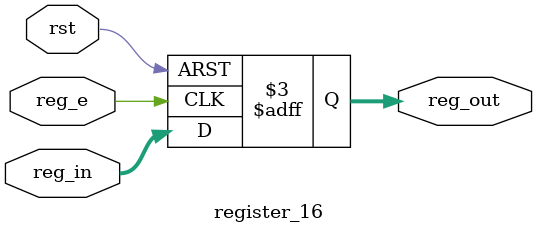
<source format=v>
module register_16(reg_e, rst, reg_in, reg_out);
	input 		reg_e;
	input 		rst;
	input	[15:0] reg_in;
	output	reg [15:0] reg_out;
	
	always @(posedge reg_e or negedge rst) begin
		if(rst == 1'b0)
			reg_out	<= 16'b0000000000000000;
		else
			reg_out	<= reg_in;
	end
	
endmodule

</source>
